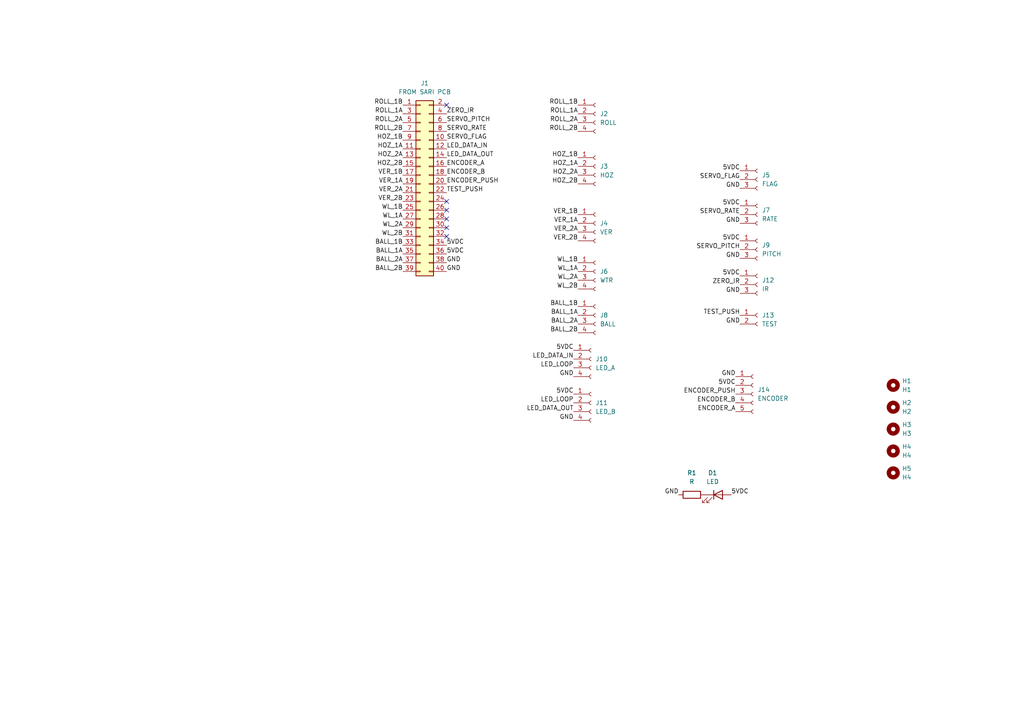
<source format=kicad_sch>
(kicad_sch (version 20211123) (generator eeschema)
  (paper "A4")
  (title_block (date "mar. 31 mars 2015"))
  (lib_symbols
    (symbol "Connector:Conn_01x02_Female" (pin_names (offset 1.016) hide)
      (property "Reference" "J" (at 0 2.54 0))
      (property "Value" "Conn_01x02_Female" (at 0 -5.08 0))
      (symbol "Conn_01x02_Female_1_1"
        (arc (start 0 -2.032) (mid -0.508 -2.54) (end 0 -3.048) (stroke (width 0.1524)))
        (polyline (pts (xy -1.27 -2.54) (xy -0.508 -2.54)) (stroke (width 0.1524)))
        (polyline (pts (xy -1.27 0) (xy -0.508 0)) (stroke (width 0.1524)))
        (arc (start 0 0.508) (mid -0.508 0) (end 0 -0.508) (stroke (width 0.1524)))
        (pin passive line (at -5.08 0 0) (length 3.81) (name "Pin_1") (number "1"))
        (pin passive line (at -5.08 -2.54 0) (length 3.81) (name "Pin_2") (number "2"))
      )
    )
    (symbol "Connector:Conn_01x03_Female" (pin_names (offset 1.016) hide)
      (property "Reference" "J" (at 0 5.08 0))
      (property "Value" "Conn_01x03_Female" (at 0 -5.08 0))
      (symbol "Conn_01x03_Female_1_1"
        (arc (start 0 -2.032) (mid -0.508 -2.54) (end 0 -3.048) (stroke (width 0.1524)))
        (polyline (pts (xy -1.27 -2.54) (xy -0.508 -2.54)) (stroke (width 0.1524)))
        (polyline (pts (xy -1.27 0) (xy -0.508 0)) (stroke (width 0.1524)))
        (polyline (pts (xy -1.27 2.54) (xy -0.508 2.54)) (stroke (width 0.1524)))
        (arc (start 0 0.508) (mid -0.508 0) (end 0 -0.508) (stroke (width 0.1524)))
        (arc (start 0 3.048) (mid -0.508 2.54) (end 0 2.032) (stroke (width 0.1524)))
        (pin passive line (at -5.08 2.54 0) (length 3.81) (name "Pin_1") (number "1"))
        (pin passive line (at -5.08 0 0) (length 3.81) (name "Pin_2") (number "2"))
        (pin passive line (at -5.08 -2.54 0) (length 3.81) (name "Pin_3") (number "3"))
      )
    )
    (symbol "Connector:Conn_01x04_Female" (pin_names (offset 1.016) hide)
      (property "Reference" "J" (at 0 5.08 0))
      (property "Value" "Conn_01x04_Female" (at 0 -7.62 0))
      (symbol "Conn_01x04_Female_1_1"
        (arc (start 0 -4.572) (mid -0.508 -5.08) (end 0 -5.588) (stroke (width 0.1524)))
        (arc (start 0 -2.032) (mid -0.508 -2.54) (end 0 -3.048) (stroke (width 0.1524)))
        (polyline (pts (xy -1.27 -5.08) (xy -0.508 -5.08)) (stroke (width 0.1524)))
        (polyline (pts (xy -1.27 -2.54) (xy -0.508 -2.54)) (stroke (width 0.1524)))
        (polyline (pts (xy -1.27 0) (xy -0.508 0)) (stroke (width 0.1524)))
        (polyline (pts (xy -1.27 2.54) (xy -0.508 2.54)) (stroke (width 0.1524)))
        (arc (start 0 0.508) (mid -0.508 0) (end 0 -0.508) (stroke (width 0.1524)))
        (arc (start 0 3.048) (mid -0.508 2.54) (end 0 2.032) (stroke (width 0.1524)))
        (pin passive line (at -5.08 2.54 0) (length 3.81) (name "Pin_1") (number "1"))
        (pin passive line (at -5.08 0 0) (length 3.81) (name "Pin_2") (number "2"))
        (pin passive line (at -5.08 -2.54 0) (length 3.81) (name "Pin_3") (number "3"))
        (pin passive line (at -5.08 -5.08 0) (length 3.81) (name "Pin_4") (number "4"))
      )
    )
    (symbol "Connector:Conn_01x05_Female" (pin_names (offset 1.016) hide)
      (property "Reference" "J" (at 0 7.62 0))
      (property "Value" "Conn_01x05_Female" (at 0 -7.62 0))
      (symbol "Conn_01x05_Female_1_1"
        (arc (start 0 -4.572) (mid -0.508 -5.08) (end 0 -5.588) (stroke (width 0.1524)))
        (arc (start 0 -2.032) (mid -0.508 -2.54) (end 0 -3.048) (stroke (width 0.1524)))
        (polyline (pts (xy -1.27 -5.08) (xy -0.508 -5.08)) (stroke (width 0.1524)))
        (polyline (pts (xy -1.27 -2.54) (xy -0.508 -2.54)) (stroke (width 0.1524)))
        (polyline (pts (xy -1.27 0) (xy -0.508 0)) (stroke (width 0.1524)))
        (polyline (pts (xy -1.27 2.54) (xy -0.508 2.54)) (stroke (width 0.1524)))
        (polyline (pts (xy -1.27 5.08) (xy -0.508 5.08)) (stroke (width 0.1524)))
        (arc (start 0 0.508) (mid -0.508 0) (end 0 -0.508) (stroke (width 0.1524)))
        (arc (start 0 3.048) (mid -0.508 2.54) (end 0 2.032) (stroke (width 0.1524)))
        (arc (start 0 5.588) (mid -0.508 5.08) (end 0 4.572) (stroke (width 0.1524)))
        (pin passive line (at -5.08 5.08 0) (length 3.81) (name "Pin_1") (number "1"))
        (pin passive line (at -5.08 2.54 0) (length 3.81) (name "Pin_2") (number "2"))
        (pin passive line (at -5.08 0 0) (length 3.81) (name "Pin_3") (number "3"))
        (pin passive line (at -5.08 -2.54 0) (length 3.81) (name "Pin_4") (number "4"))
        (pin passive line (at -5.08 -5.08 0) (length 3.81) (name "Pin_5") (number "5"))
      )
    )
    (symbol "Connector_Generic:Conn_02x20_Odd_Even" (pin_names (offset 1.016) hide)
      (property "Reference" "J" (at 1.27 25.4 0))
      (property "Value" "Conn_02x20_Odd_Even" (at 1.27 -27.94 0))
      (symbol "Conn_02x20_Odd_Even_1_1"
        (rectangle (start -1.27 -25.273) (end 0 -25.527) (stroke (width 0.1524)))
        (rectangle (start -1.27 -22.733) (end 0 -22.987) (stroke (width 0.1524)))
        (rectangle (start -1.27 -20.193) (end 0 -20.447) (stroke (width 0.1524)))
        (rectangle (start -1.27 -17.653) (end 0 -17.907) (stroke (width 0.1524)))
        (rectangle (start -1.27 -15.113) (end 0 -15.367) (stroke (width 0.1524)))
        (rectangle (start -1.27 -12.573) (end 0 -12.827) (stroke (width 0.1524)))
        (rectangle (start -1.27 -10.033) (end 0 -10.287) (stroke (width 0.1524)))
        (rectangle (start -1.27 -7.493) (end 0 -7.747) (stroke (width 0.1524)))
        (rectangle (start -1.27 -4.953) (end 0 -5.207) (stroke (width 0.1524)))
        (rectangle (start -1.27 -2.413) (end 0 -2.667) (stroke (width 0.1524)))
        (rectangle (start -1.27 0.127) (end 0 -0.127) (stroke (width 0.1524)))
        (rectangle (start -1.27 2.667) (end 0 2.413) (stroke (width 0.1524)))
        (rectangle (start -1.27 5.207) (end 0 4.953) (stroke (width 0.1524)))
        (rectangle (start -1.27 7.747) (end 0 7.493) (stroke (width 0.1524)))
        (rectangle (start -1.27 10.287) (end 0 10.033) (stroke (width 0.1524)))
        (rectangle (start -1.27 12.827) (end 0 12.573) (stroke (width 0.1524)))
        (rectangle (start -1.27 15.367) (end 0 15.113) (stroke (width 0.1524)))
        (rectangle (start -1.27 17.907) (end 0 17.653) (stroke (width 0.1524)))
        (rectangle (start -1.27 20.447) (end 0 20.193) (stroke (width 0.1524)))
        (rectangle (start -1.27 22.987) (end 0 22.733) (stroke (width 0.1524)))
        (rectangle (start -1.27 24.13) (end 3.81 -26.67) (stroke (width 0.254)) (fill (type background)))
        (rectangle (start 3.81 -25.273) (end 2.54 -25.527) (stroke (width 0.1524)))
        (rectangle (start 3.81 -22.733) (end 2.54 -22.987) (stroke (width 0.1524)))
        (rectangle (start 3.81 -20.193) (end 2.54 -20.447) (stroke (width 0.1524)))
        (rectangle (start 3.81 -17.653) (end 2.54 -17.907) (stroke (width 0.1524)))
        (rectangle (start 3.81 -15.113) (end 2.54 -15.367) (stroke (width 0.1524)))
        (rectangle (start 3.81 -12.573) (end 2.54 -12.827) (stroke (width 0.1524)))
        (rectangle (start 3.81 -10.033) (end 2.54 -10.287) (stroke (width 0.1524)))
        (rectangle (start 3.81 -7.493) (end 2.54 -7.747) (stroke (width 0.1524)))
        (rectangle (start 3.81 -4.953) (end 2.54 -5.207) (stroke (width 0.1524)))
        (rectangle (start 3.81 -2.413) (end 2.54 -2.667) (stroke (width 0.1524)))
        (rectangle (start 3.81 0.127) (end 2.54 -0.127) (stroke (width 0.1524)))
        (rectangle (start 3.81 2.667) (end 2.54 2.413) (stroke (width 0.1524)))
        (rectangle (start 3.81 5.207) (end 2.54 4.953) (stroke (width 0.1524)))
        (rectangle (start 3.81 7.747) (end 2.54 7.493) (stroke (width 0.1524)))
        (rectangle (start 3.81 10.287) (end 2.54 10.033) (stroke (width 0.1524)))
        (rectangle (start 3.81 12.827) (end 2.54 12.573) (stroke (width 0.1524)))
        (rectangle (start 3.81 15.367) (end 2.54 15.113) (stroke (width 0.1524)))
        (rectangle (start 3.81 17.907) (end 2.54 17.653) (stroke (width 0.1524)))
        (rectangle (start 3.81 20.447) (end 2.54 20.193) (stroke (width 0.1524)))
        (rectangle (start 3.81 22.987) (end 2.54 22.733) (stroke (width 0.1524)))
        (pin passive line (at -5.08 22.86 0) (length 3.81) (name "Pin_1") (number "1"))
        (pin passive line (at 7.62 12.7 180) (length 3.81) (name "Pin_10") (number "10"))
        (pin passive line (at -5.08 10.16 0) (length 3.81) (name "Pin_11") (number "11"))
        (pin passive line (at 7.62 10.16 180) (length 3.81) (name "Pin_12") (number "12"))
        (pin passive line (at -5.08 7.62 0) (length 3.81) (name "Pin_13") (number "13"))
        (pin passive line (at 7.62 7.62 180) (length 3.81) (name "Pin_14") (number "14"))
        (pin passive line (at -5.08 5.08 0) (length 3.81) (name "Pin_15") (number "15"))
        (pin passive line (at 7.62 5.08 180) (length 3.81) (name "Pin_16") (number "16"))
        (pin passive line (at -5.08 2.54 0) (length 3.81) (name "Pin_17") (number "17"))
        (pin passive line (at 7.62 2.54 180) (length 3.81) (name "Pin_18") (number "18"))
        (pin passive line (at -5.08 0 0) (length 3.81) (name "Pin_19") (number "19"))
        (pin passive line (at 7.62 22.86 180) (length 3.81) (name "Pin_2") (number "2"))
        (pin passive line (at 7.62 0 180) (length 3.81) (name "Pin_20") (number "20"))
        (pin passive line (at -5.08 -2.54 0) (length 3.81) (name "Pin_21") (number "21"))
        (pin passive line (at 7.62 -2.54 180) (length 3.81) (name "Pin_22") (number "22"))
        (pin passive line (at -5.08 -5.08 0) (length 3.81) (name "Pin_23") (number "23"))
        (pin passive line (at 7.62 -5.08 180) (length 3.81) (name "Pin_24") (number "24"))
        (pin passive line (at -5.08 -7.62 0) (length 3.81) (name "Pin_25") (number "25"))
        (pin passive line (at 7.62 -7.62 180) (length 3.81) (name "Pin_26") (number "26"))
        (pin passive line (at -5.08 -10.16 0) (length 3.81) (name "Pin_27") (number "27"))
        (pin passive line (at 7.62 -10.16 180) (length 3.81) (name "Pin_28") (number "28"))
        (pin passive line (at -5.08 -12.7 0) (length 3.81) (name "Pin_29") (number "29"))
        (pin passive line (at -5.08 20.32 0) (length 3.81) (name "Pin_3") (number "3"))
        (pin passive line (at 7.62 -12.7 180) (length 3.81) (name "Pin_30") (number "30"))
        (pin passive line (at -5.08 -15.24 0) (length 3.81) (name "Pin_31") (number "31"))
        (pin passive line (at 7.62 -15.24 180) (length 3.81) (name "Pin_32") (number "32"))
        (pin passive line (at -5.08 -17.78 0) (length 3.81) (name "Pin_33") (number "33"))
        (pin passive line (at 7.62 -17.78 180) (length 3.81) (name "Pin_34") (number "34"))
        (pin passive line (at -5.08 -20.32 0) (length 3.81) (name "Pin_35") (number "35"))
        (pin passive line (at 7.62 -20.32 180) (length 3.81) (name "Pin_36") (number "36"))
        (pin passive line (at -5.08 -22.86 0) (length 3.81) (name "Pin_37") (number "37"))
        (pin passive line (at 7.62 -22.86 180) (length 3.81) (name "Pin_38") (number "38"))
        (pin passive line (at -5.08 -25.4 0) (length 3.81) (name "Pin_39") (number "39"))
        (pin passive line (at 7.62 20.32 180) (length 3.81) (name "Pin_4") (number "4"))
        (pin passive line (at 7.62 -25.4 180) (length 3.81) (name "Pin_40") (number "40"))
        (pin passive line (at -5.08 17.78 0) (length 3.81) (name "Pin_5") (number "5"))
        (pin passive line (at 7.62 17.78 180) (length 3.81) (name "Pin_6") (number "6"))
        (pin passive line (at -5.08 15.24 0) (length 3.81) (name "Pin_7") (number "7"))
        (pin passive line (at 7.62 15.24 180) (length 3.81) (name "Pin_8") (number "8"))
        (pin passive line (at -5.08 12.7 0) (length 3.81) (name "Pin_9") (number "9"))
      )
    )
    (symbol "Device:LED" (pin_numbers hide) (pin_names (offset 1.016) hide)
      (property "Reference" "D" (at 0 2.54 0))
      (property "Value" "LED" (at 0 -2.54 0))
      (symbol "LED_0_1"
        (polyline (pts (xy -1.27 -1.27) (xy -1.27 1.27)) (stroke (width 0.254)))
        (polyline (pts (xy -1.27 0) (xy 1.27 0)))
        (polyline (pts (xy 1.27 -1.27) (xy 1.27 1.27) (xy -1.27 0) (xy 1.27 -1.27)) (stroke (width 0.254)))
        (polyline (pts (xy -3.048 -0.762) (xy -4.572 -2.286) (xy -3.81 -2.286) (xy -4.572 -2.286) (xy -4.572 -1.524)))
        (polyline (pts (xy -1.778 -0.762) (xy -3.302 -2.286) (xy -2.54 -2.286) (xy -3.302 -2.286) (xy -3.302 -1.524)))
      )
      (symbol "LED_1_1"
        (pin passive line (at -3.81 0 0) (length 2.54) (name "K") (number "1"))
        (pin passive line (at 3.81 0 180) (length 2.54) (name "A") (number "2"))
      )
    )
    (symbol "Device:R" (pin_numbers hide) (pin_names (offset 0))
      (property "Reference" "R" (at 2.032 0 90))
      (property "Value" "R" (at 0 0 90))
      (symbol "R_0_1"
        (rectangle (start -1.016 -2.54) (end 1.016 2.54) (stroke (width 0.254)))
      )
      (symbol "R_1_1"
        (pin passive line (at 0 3.81 270) (length 1.27) (name "~") (number "1"))
        (pin passive line (at 0 -3.81 90) (length 1.27) (name "~") (number "2"))
      )
    )
    (symbol "Mechanical:MountingHole" (pin_names (offset 1.016))
      (property "Reference" "H" (at 0 5.08 0))
      (property "Value" "MountingHole" (at 0 3.175 0))
      (symbol "MountingHole_0_1"
        (circle (center 0 0) (radius 1.27) (stroke (width 1.27)))
      )
    )
  )
  (no_connect (at 129.54 30.48))
  (no_connect (at 129.54 58.42))
  (no_connect (at 129.54 60.96))
  (no_connect (at 129.54 63.5))
  (no_connect (at 129.54 66.04))
  (no_connect (at 129.54 68.58))
  (label "BALL_1B" (at 167.64 88.9 180))
  (label "5VDC" (at 166.37 114.3 180))
  (label "GND" (at 214.63 85.09 180))
  (label "VER_2A" (at 167.64 67.31 180))
  (label "TEST_PUSH" (at 129.54 55.88 0))
  (label "5VDC" (at 212.09 143.51 0))
  (label "VER_2A" (at 116.84 55.88 180))
  (label "GND" (at 166.37 121.92 180))
  (label "ROLL_1A" (at 167.64 33.02 180))
  (label "BALL_1A" (at 116.84 73.66 180))
  (label "LED_LOOP" (at 166.37 106.68 180))
  (label "WL_1A" (at 167.64 78.74 180))
  (label "GND" (at 129.54 78.74 0))
  (label "VER_1B" (at 116.84 50.8 180))
  (label "ENCODER_PUSH" (at 129.54 53.34 0))
  (label "SERVO_RATE" (at 129.54 38.1 0))
  (label "ROLL_1B" (at 116.84 30.48 180))
  (label "SERVO_FLAG" (at 214.63 52.07 180))
  (label "ROLL_2B" (at 167.64 38.1 180))
  (label "WL_1B" (at 116.84 60.96 180))
  (label "LED_DATA_OUT" (at 129.54 45.72 0))
  (label "5VDC" (at 214.63 59.69 180))
  (label "HOZ_1A" (at 167.64 48.26 180))
  (label "WL_1B" (at 167.64 76.2 180))
  (label "ROLL_1A" (at 116.84 33.02 180))
  (label "SERVO_PITCH" (at 129.54 35.56 0))
  (label "WL_2A" (at 167.64 81.28 180))
  (label "VER_1A" (at 116.84 53.34 180))
  (label "SERVO_RATE" (at 214.63 62.23 180))
  (label "BALL_1A" (at 167.64 91.44 180))
  (label "HOZ_2A" (at 167.64 50.8 180))
  (label "VER_2B" (at 167.64 69.85 180))
  (label "5VDC" (at 213.36 111.76 180))
  (label "HOZ_1B" (at 116.84 40.64 180))
  (label "WL_1A" (at 116.84 63.5 180))
  (label "HOZ_2B" (at 116.84 48.26 180))
  (label "BALL_2B" (at 116.84 78.74 180))
  (label "LED_DATA_OUT" (at 166.37 119.38 180))
  (label "SERVO_PITCH" (at 214.63 72.39 180))
  (label "5VDC" (at 214.63 69.85 180))
  (label "GND" (at 196.85 143.51 180))
  (label "HOZ_1A" (at 116.84 43.18 180))
  (label "HOZ_2A" (at 116.84 45.72 180))
  (label "BALL_2A" (at 116.84 76.2 180))
  (label "BALL_1B" (at 116.84 71.12 180))
  (label "GND" (at 214.63 93.98 180))
  (label "ENCODER_A" (at 129.54 48.26 0))
  (label "SERVO_FLAG" (at 129.54 40.64 0))
  (label "GND" (at 166.37 109.22 180))
  (label "GND" (at 214.63 74.93 180))
  (label "GND" (at 213.36 109.22 180))
  (label "BALL_2B" (at 167.64 96.52 180))
  (label "5VDC" (at 214.63 80.01 180))
  (label "LED_DATA_IN" (at 129.54 43.18 0))
  (label "ROLL_1B" (at 167.64 30.48 180))
  (label "VER_1B" (at 167.64 62.23 180))
  (label "WL_2A" (at 116.84 66.04 180))
  (label "HOZ_1B" (at 167.64 45.72 180))
  (label "TEST_PUSH" (at 214.63 91.44 180))
  (label "VER_1A" (at 167.64 64.77 180))
  (label "ENCODER_PUSH" (at 213.36 114.3 180))
  (label "ROLL_2B" (at 116.84 38.1 180))
  (label "ENCODER_B" (at 213.36 116.84 180))
  (label "5VDC" (at 129.54 71.12 0))
  (label "ZERO_IR" (at 214.63 82.55 180))
  (label "LED_DATA_IN" (at 166.37 104.14 180))
  (label "WL_2B" (at 167.64 83.82 180))
  (label "5VDC" (at 129.54 73.66 0))
  (label "GND" (at 214.63 64.77 180))
  (label "ENCODER_A" (at 213.36 119.38 180))
  (label "ROLL_2A" (at 116.84 35.56 180))
  (label "LED_LOOP" (at 166.37 116.84 180))
  (label "ZERO_IR" (at 129.54 33.02 0))
  (label "ROLL_2A" (at 167.64 35.56 180))
  (label "GND" (at 129.54 76.2 0))
  (label "5VDC" (at 166.37 101.6 180))
  (label "VER_2B" (at 116.84 58.42 180))
  (label "HOZ_2B" (at 167.64 53.34 180))
  (label "WL_2B" (at 116.84 68.58 180))
  (label "GND" (at 214.63 54.61 180))
  (label "5VDC" (at 214.63 49.53 180))
  (label "BALL_2A" (at 167.64 93.98 180))
  (label "ENCODER_B" (at 129.54 50.8 0))
  (symbol (lib_id "Connector:Conn_01x02_Female") (at 219.71 91.44 0) (unit 1)
    (property "Reference" "J13" (at 220.98 91.4399 0) (effects (justify left)))
    (property "Value" "TEST" (at 220.98 93.9799 0) (effects (justify left)))
    (property "Footprint" "Connector_JST:JST_XH_B2B-XH-A_1x02_P2.50mm_Vertical" (effects hide))
  )
  (symbol (lib_id "Mechanical:MountingHole") (at 259.08 111.76 0) (unit 1)
    (property "Reference" "H1" (at 261.62 110.4899 0) (effects (justify left)))
    (property "Value" "H1" (at 261.62 113.0299 0) (effects (justify left)))
    (property "Footprint" "MountingHole:MountingHole_2.5mm" (effects hide))
  )
  (symbol (lib_id "Mechanical:MountingHole") (at 259.08 130.81 0) (unit 1)
    (property "Reference" "H4" (at 261.62 129.5399 0) (effects (justify left)))
    (property "Value" "H4" (at 261.62 132.0799 0) (effects (justify left)))
    (property "Footprint" "MountingHole:MountingHole_2.5mm" (effects hide))
  )
  (symbol (lib_id "Connector_Generic:Conn_02x20_Odd_Even") (at 121.92 53.34 0) (unit 1)
    (property "Reference" "J1" (at 123.19 24.13 0))
    (property "Value" "FROM SARI PCB" (at 123.19 26.67 0))
    (property "Footprint" "Connector_IDC:IDC-Header_2x20_P2.54mm_Vertical" (effects hide))
  )
  (symbol (lib_id "Connector:Conn_01x04_Female") (at 172.72 33.02 0) (unit 1)
    (property "Reference" "J2" (at 173.99 33.0199 0) (effects (justify left)))
    (property "Value" "ROLL" (at 173.99 35.5599 0) (effects (justify left)))
    (property "Footprint" "Connector_JST:JST_XH_B4B-XH-A_1x04_P2.50mm_Vertical" (effects hide))
  )
  (symbol (lib_id "Device:LED") (at 208.28 143.51 0) (unit 1)
    (property "Reference" "D1" (at 206.6925 137.16 0))
    (property "Value" "LED" (at 206.6925 139.7 0))
    (property "Footprint" "LED_THT:LED_D3.0mm" (effects hide))
  )
  (symbol (lib_id "Mechanical:MountingHole") (at 259.08 118.11 0) (unit 1)
    (property "Reference" "H2" (at 261.62 116.8399 0) (effects (justify left)))
    (property "Value" "H2" (at 261.62 119.3799 0) (effects (justify left)))
    (property "Footprint" "MountingHole:MountingHole_2.5mm" (effects hide))
  )
  (symbol (lib_id "Connector:Conn_01x04_Female") (at 172.72 91.44 0) (unit 1)
    (property "Reference" "J8" (at 173.99 91.4399 0) (effects (justify left)))
    (property "Value" "BALL" (at 173.99 93.9799 0) (effects (justify left)))
    (property "Footprint" "Connector_JST:JST_XH_B4B-XH-A_1x04_P2.50mm_Vertical" (effects hide))
  )
  (symbol (lib_id "Connector:Conn_01x04_Female") (at 172.72 64.77 0) (unit 1)
    (property "Reference" "J4" (at 173.99 64.7699 0) (effects (justify left)))
    (property "Value" "VER" (at 173.99 67.3099 0) (effects (justify left)))
    (property "Footprint" "Connector_JST:JST_XH_B4B-XH-A_1x04_P2.50mm_Vertical" (effects hide))
  )
  (symbol (lib_id "Mechanical:MountingHole") (at 259.08 137.16 0) (unit 1)
    (property "Reference" "H5" (at 261.62 135.8899 0) (effects (justify left)))
    (property "Value" "H4" (at 261.62 138.4299 0) (effects (justify left)))
    (property "Footprint" "MountingHole:MountingHole_2.5mm" (effects hide))
  )
  (symbol (lib_id "Connector:Conn_01x04_Female") (at 172.72 48.26 0) (unit 1)
    (property "Reference" "J3" (at 173.99 48.2599 0) (effects (justify left)))
    (property "Value" "HOZ" (at 173.99 50.7999 0) (effects (justify left)))
    (property "Footprint" "Connector_JST:JST_XH_B4B-XH-A_1x04_P2.50mm_Vertical" (effects hide))
  )
  (symbol (lib_id "Mechanical:MountingHole") (at 259.08 124.46 0) (unit 1)
    (property "Reference" "H3" (at 261.62 123.1899 0) (effects (justify left)))
    (property "Value" "H3" (at 261.62 125.7299 0) (effects (justify left)))
    (property "Footprint" "MountingHole:MountingHole_2.5mm" (effects hide))
  )
  (symbol (lib_id "Connector:Conn_01x04_Female") (at 172.72 78.74 0) (unit 1)
    (property "Reference" "J6" (at 173.99 78.7399 0) (effects (justify left)))
    (property "Value" "WTR" (at 173.99 81.2799 0) (effects (justify left)))
    (property "Footprint" "Connector_JST:JST_XH_B4B-XH-A_1x04_P2.50mm_Vertical" (effects hide))
  )
  (symbol (lib_id "Connector:Conn_01x04_Female") (at 171.45 116.84 0) (unit 1)
    (property "Reference" "J11" (at 172.72 116.8399 0) (effects (justify left)))
    (property "Value" "LED_B" (at 172.72 119.3799 0) (effects (justify left)))
    (property "Footprint" "Connector_JST:JST_XH_B4B-XH-A_1x04_P2.50mm_Vertical" (effects hide))
  )
  (symbol (lib_id "Connector:Conn_01x03_Female") (at 219.71 62.23 0) (unit 1)
    (property "Reference" "J7" (at 220.98 60.9599 0) (effects (justify left)))
    (property "Value" "RATE" (at 220.98 63.4999 0) (effects (justify left)))
    (property "Footprint" "Connector_JST:JST_XH_B3B-XH-A_1x03_P2.50mm_Vertical" (effects hide))
  )
  (symbol (lib_id "Device:R") (at 200.66 143.51 90) (unit 1)
    (property "Reference" "R1" (at 200.66 137.16 90))
    (property "Value" "R" (at 200.66 139.7 90))
    (property "Footprint" "Resistor_THT:R_Axial_DIN0207_L6.3mm_D2.5mm_P7.62mm_Horizontal" (effects hide))
  )
  (symbol (lib_id "Connector:Conn_01x05_Female") (at 218.44 114.3 0) (unit 1)
    (property "Reference" "J14" (at 219.71 113.0299 0) (effects (justify left)))
    (property "Value" "ENCODER" (at 219.71 115.5699 0) (effects (justify left)))
    (property "Footprint" "Connector_JST:JST_XH_B5B-XH-A_1x05_P2.50mm_Vertical" (effects hide))
  )
  (symbol (lib_id "Connector:Conn_01x03_Female") (at 219.71 72.39 0) (unit 1)
    (property "Reference" "J9" (at 220.98 71.1199 0) (effects (justify left)))
    (property "Value" "PITCH" (at 220.98 73.6599 0) (effects (justify left)))
    (property "Footprint" "Connector_JST:JST_XH_B3B-XH-A_1x03_P2.50mm_Vertical" (effects hide))
  )
  (symbol (lib_id "Connector:Conn_01x04_Female") (at 171.45 104.14 0) (unit 1)
    (property "Reference" "J10" (at 172.72 104.1399 0) (effects (justify left)))
    (property "Value" "LED_A" (at 172.72 106.6799 0) (effects (justify left)))
    (property "Footprint" "Connector_JST:JST_XH_B4B-XH-A_1x04_P2.50mm_Vertical" (effects hide))
  )
  (symbol (lib_id "Connector:Conn_01x03_Female") (at 219.71 52.07 0) (unit 1)
    (property "Reference" "J5" (at 220.98 50.7999 0) (effects (justify left)))
    (property "Value" "FLAG" (at 220.98 53.3399 0) (effects (justify left)))
    (property "Footprint" "Connector_JST:JST_XH_B3B-XH-A_1x03_P2.50mm_Vertical" (effects hide))
  )
  (symbol (lib_id "Connector:Conn_01x03_Female") (at 219.71 82.55 0) (unit 1)
    (property "Reference" "J12" (at 220.98 81.2799 0) (effects (justify left)))
    (property "Value" "IR" (at 220.98 83.8199 0) (effects (justify left)))
    (property "Footprint" "Connector_JST:JST_XH_B3B-XH-A_1x03_P2.50mm_Vertical" (effects hide))
  )
)
</source>
